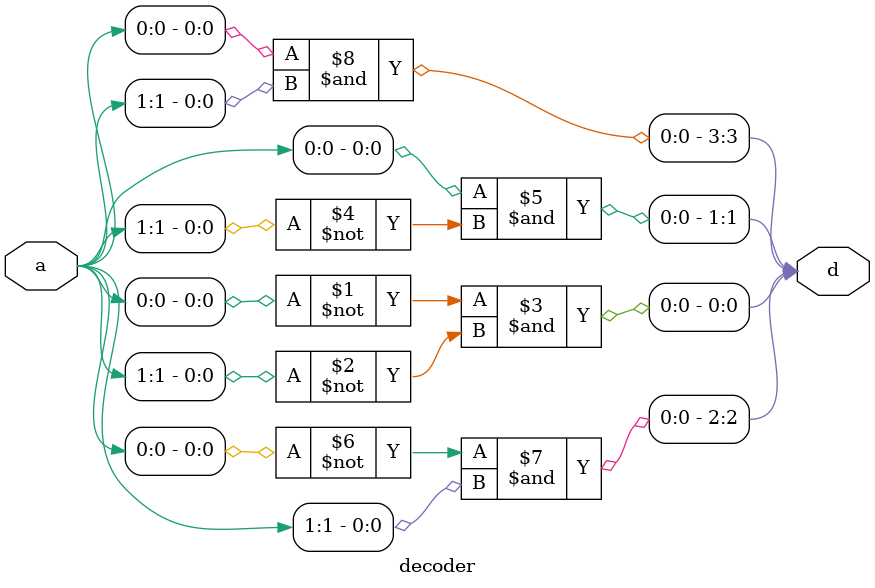
<source format=v>
`timescale 1ns / 1ps


module decoder(a,d);
input [1:0]a;
output [3:0]d;

assign d[0] = ~a[0] & ~a[1];
assign d[1] = a[0] & ~a[1];
assign d[2] = ~a[0] & a[1];
assign d[3] = a[0] & a[1];

endmodule

</source>
